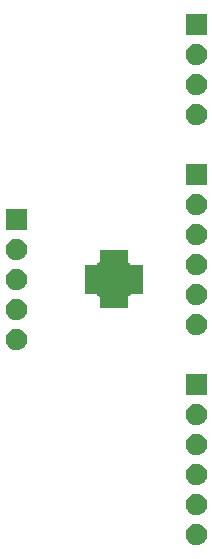
<source format=gbr>
G04 #@! TF.GenerationSoftware,KiCad,Pcbnew,5.1.5-52549c5~84~ubuntu18.04.1*
G04 #@! TF.CreationDate,2020-01-16T16:08:21-05:00*
G04 #@! TF.ProjectId,PIC16LF18326_breakout,50494331-364c-4463-9138-3332365f6272,rev?*
G04 #@! TF.SameCoordinates,Original*
G04 #@! TF.FileFunction,Soldermask,Top*
G04 #@! TF.FilePolarity,Negative*
%FSLAX46Y46*%
G04 Gerber Fmt 4.6, Leading zero omitted, Abs format (unit mm)*
G04 Created by KiCad (PCBNEW 5.1.5-52549c5~84~ubuntu18.04.1) date 2020-01-16 16:08:21*
%MOMM*%
%LPD*%
G04 APERTURE LIST*
%ADD10C,0.100000*%
G04 APERTURE END LIST*
D10*
G36*
X142353512Y-130548927D02*
G01*
X142502812Y-130578624D01*
X142666784Y-130646544D01*
X142814354Y-130745147D01*
X142939853Y-130870646D01*
X143038456Y-131018216D01*
X143106376Y-131182188D01*
X143141000Y-131356259D01*
X143141000Y-131533741D01*
X143106376Y-131707812D01*
X143038456Y-131871784D01*
X142939853Y-132019354D01*
X142814354Y-132144853D01*
X142666784Y-132243456D01*
X142502812Y-132311376D01*
X142353512Y-132341073D01*
X142328742Y-132346000D01*
X142151258Y-132346000D01*
X142126488Y-132341073D01*
X141977188Y-132311376D01*
X141813216Y-132243456D01*
X141665646Y-132144853D01*
X141540147Y-132019354D01*
X141441544Y-131871784D01*
X141373624Y-131707812D01*
X141339000Y-131533741D01*
X141339000Y-131356259D01*
X141373624Y-131182188D01*
X141441544Y-131018216D01*
X141540147Y-130870646D01*
X141665646Y-130745147D01*
X141813216Y-130646544D01*
X141977188Y-130578624D01*
X142126488Y-130548927D01*
X142151258Y-130544000D01*
X142328742Y-130544000D01*
X142353512Y-130548927D01*
G37*
G36*
X142353512Y-128008927D02*
G01*
X142502812Y-128038624D01*
X142666784Y-128106544D01*
X142814354Y-128205147D01*
X142939853Y-128330646D01*
X143038456Y-128478216D01*
X143106376Y-128642188D01*
X143141000Y-128816259D01*
X143141000Y-128993741D01*
X143106376Y-129167812D01*
X143038456Y-129331784D01*
X142939853Y-129479354D01*
X142814354Y-129604853D01*
X142666784Y-129703456D01*
X142502812Y-129771376D01*
X142353512Y-129801073D01*
X142328742Y-129806000D01*
X142151258Y-129806000D01*
X142126488Y-129801073D01*
X141977188Y-129771376D01*
X141813216Y-129703456D01*
X141665646Y-129604853D01*
X141540147Y-129479354D01*
X141441544Y-129331784D01*
X141373624Y-129167812D01*
X141339000Y-128993741D01*
X141339000Y-128816259D01*
X141373624Y-128642188D01*
X141441544Y-128478216D01*
X141540147Y-128330646D01*
X141665646Y-128205147D01*
X141813216Y-128106544D01*
X141977188Y-128038624D01*
X142126488Y-128008927D01*
X142151258Y-128004000D01*
X142328742Y-128004000D01*
X142353512Y-128008927D01*
G37*
G36*
X142353512Y-125468927D02*
G01*
X142502812Y-125498624D01*
X142666784Y-125566544D01*
X142814354Y-125665147D01*
X142939853Y-125790646D01*
X143038456Y-125938216D01*
X143106376Y-126102188D01*
X143141000Y-126276259D01*
X143141000Y-126453741D01*
X143106376Y-126627812D01*
X143038456Y-126791784D01*
X142939853Y-126939354D01*
X142814354Y-127064853D01*
X142666784Y-127163456D01*
X142502812Y-127231376D01*
X142353512Y-127261073D01*
X142328742Y-127266000D01*
X142151258Y-127266000D01*
X142126488Y-127261073D01*
X141977188Y-127231376D01*
X141813216Y-127163456D01*
X141665646Y-127064853D01*
X141540147Y-126939354D01*
X141441544Y-126791784D01*
X141373624Y-126627812D01*
X141339000Y-126453741D01*
X141339000Y-126276259D01*
X141373624Y-126102188D01*
X141441544Y-125938216D01*
X141540147Y-125790646D01*
X141665646Y-125665147D01*
X141813216Y-125566544D01*
X141977188Y-125498624D01*
X142126488Y-125468927D01*
X142151258Y-125464000D01*
X142328742Y-125464000D01*
X142353512Y-125468927D01*
G37*
G36*
X142353512Y-122928927D02*
G01*
X142502812Y-122958624D01*
X142666784Y-123026544D01*
X142814354Y-123125147D01*
X142939853Y-123250646D01*
X143038456Y-123398216D01*
X143106376Y-123562188D01*
X143141000Y-123736259D01*
X143141000Y-123913741D01*
X143106376Y-124087812D01*
X143038456Y-124251784D01*
X142939853Y-124399354D01*
X142814354Y-124524853D01*
X142666784Y-124623456D01*
X142502812Y-124691376D01*
X142353512Y-124721073D01*
X142328742Y-124726000D01*
X142151258Y-124726000D01*
X142126488Y-124721073D01*
X141977188Y-124691376D01*
X141813216Y-124623456D01*
X141665646Y-124524853D01*
X141540147Y-124399354D01*
X141441544Y-124251784D01*
X141373624Y-124087812D01*
X141339000Y-123913741D01*
X141339000Y-123736259D01*
X141373624Y-123562188D01*
X141441544Y-123398216D01*
X141540147Y-123250646D01*
X141665646Y-123125147D01*
X141813216Y-123026544D01*
X141977188Y-122958624D01*
X142126488Y-122928927D01*
X142151258Y-122924000D01*
X142328742Y-122924000D01*
X142353512Y-122928927D01*
G37*
G36*
X142353512Y-120388927D02*
G01*
X142502812Y-120418624D01*
X142666784Y-120486544D01*
X142814354Y-120585147D01*
X142939853Y-120710646D01*
X143038456Y-120858216D01*
X143106376Y-121022188D01*
X143141000Y-121196259D01*
X143141000Y-121373741D01*
X143106376Y-121547812D01*
X143038456Y-121711784D01*
X142939853Y-121859354D01*
X142814354Y-121984853D01*
X142666784Y-122083456D01*
X142502812Y-122151376D01*
X142353512Y-122181073D01*
X142328742Y-122186000D01*
X142151258Y-122186000D01*
X142126488Y-122181073D01*
X141977188Y-122151376D01*
X141813216Y-122083456D01*
X141665646Y-121984853D01*
X141540147Y-121859354D01*
X141441544Y-121711784D01*
X141373624Y-121547812D01*
X141339000Y-121373741D01*
X141339000Y-121196259D01*
X141373624Y-121022188D01*
X141441544Y-120858216D01*
X141540147Y-120710646D01*
X141665646Y-120585147D01*
X141813216Y-120486544D01*
X141977188Y-120418624D01*
X142126488Y-120388927D01*
X142151258Y-120384000D01*
X142328742Y-120384000D01*
X142353512Y-120388927D01*
G37*
G36*
X143141000Y-119646000D02*
G01*
X141339000Y-119646000D01*
X141339000Y-117844000D01*
X143141000Y-117844000D01*
X143141000Y-119646000D01*
G37*
G36*
X127113512Y-114038927D02*
G01*
X127262812Y-114068624D01*
X127426784Y-114136544D01*
X127574354Y-114235147D01*
X127699853Y-114360646D01*
X127798456Y-114508216D01*
X127866376Y-114672188D01*
X127901000Y-114846259D01*
X127901000Y-115023741D01*
X127866376Y-115197812D01*
X127798456Y-115361784D01*
X127699853Y-115509354D01*
X127574354Y-115634853D01*
X127426784Y-115733456D01*
X127262812Y-115801376D01*
X127113512Y-115831073D01*
X127088742Y-115836000D01*
X126911258Y-115836000D01*
X126886488Y-115831073D01*
X126737188Y-115801376D01*
X126573216Y-115733456D01*
X126425646Y-115634853D01*
X126300147Y-115509354D01*
X126201544Y-115361784D01*
X126133624Y-115197812D01*
X126099000Y-115023741D01*
X126099000Y-114846259D01*
X126133624Y-114672188D01*
X126201544Y-114508216D01*
X126300147Y-114360646D01*
X126425646Y-114235147D01*
X126573216Y-114136544D01*
X126737188Y-114068624D01*
X126886488Y-114038927D01*
X126911258Y-114034000D01*
X127088742Y-114034000D01*
X127113512Y-114038927D01*
G37*
G36*
X142353512Y-112768927D02*
G01*
X142502812Y-112798624D01*
X142666784Y-112866544D01*
X142814354Y-112965147D01*
X142939853Y-113090646D01*
X143038456Y-113238216D01*
X143106376Y-113402188D01*
X143141000Y-113576259D01*
X143141000Y-113753741D01*
X143106376Y-113927812D01*
X143038456Y-114091784D01*
X142939853Y-114239354D01*
X142814354Y-114364853D01*
X142666784Y-114463456D01*
X142502812Y-114531376D01*
X142353512Y-114561073D01*
X142328742Y-114566000D01*
X142151258Y-114566000D01*
X142126488Y-114561073D01*
X141977188Y-114531376D01*
X141813216Y-114463456D01*
X141665646Y-114364853D01*
X141540147Y-114239354D01*
X141441544Y-114091784D01*
X141373624Y-113927812D01*
X141339000Y-113753741D01*
X141339000Y-113576259D01*
X141373624Y-113402188D01*
X141441544Y-113238216D01*
X141540147Y-113090646D01*
X141665646Y-112965147D01*
X141813216Y-112866544D01*
X141977188Y-112798624D01*
X142126488Y-112768927D01*
X142151258Y-112764000D01*
X142328742Y-112764000D01*
X142353512Y-112768927D01*
G37*
G36*
X127113512Y-111498927D02*
G01*
X127262812Y-111528624D01*
X127426784Y-111596544D01*
X127574354Y-111695147D01*
X127699853Y-111820646D01*
X127798456Y-111968216D01*
X127866376Y-112132188D01*
X127896073Y-112281488D01*
X127900949Y-112306000D01*
X127901000Y-112306259D01*
X127901000Y-112483741D01*
X127866376Y-112657812D01*
X127798456Y-112821784D01*
X127699853Y-112969354D01*
X127574354Y-113094853D01*
X127426784Y-113193456D01*
X127262812Y-113261376D01*
X127113512Y-113291073D01*
X127088742Y-113296000D01*
X126911258Y-113296000D01*
X126886488Y-113291073D01*
X126737188Y-113261376D01*
X126573216Y-113193456D01*
X126425646Y-113094853D01*
X126300147Y-112969354D01*
X126201544Y-112821784D01*
X126133624Y-112657812D01*
X126099000Y-112483741D01*
X126099000Y-112306259D01*
X126099052Y-112306000D01*
X126103927Y-112281488D01*
X126133624Y-112132188D01*
X126201544Y-111968216D01*
X126300147Y-111820646D01*
X126425646Y-111695147D01*
X126573216Y-111596544D01*
X126737188Y-111528624D01*
X126886488Y-111498927D01*
X126911258Y-111494000D01*
X127088742Y-111494000D01*
X127113512Y-111498927D01*
G37*
G36*
X136456000Y-108329001D02*
G01*
X136458402Y-108353387D01*
X136465515Y-108376836D01*
X136477066Y-108398447D01*
X136492611Y-108417389D01*
X136511553Y-108432934D01*
X136533164Y-108444485D01*
X136556613Y-108451598D01*
X136580999Y-108454000D01*
X136656000Y-108454000D01*
X136656000Y-108529001D01*
X136658402Y-108553387D01*
X136665515Y-108576836D01*
X136677066Y-108598447D01*
X136692611Y-108617389D01*
X136711553Y-108632934D01*
X136733164Y-108644485D01*
X136756613Y-108651598D01*
X136780999Y-108654000D01*
X137706000Y-108654000D01*
X137706000Y-111056000D01*
X136780999Y-111056000D01*
X136756613Y-111058402D01*
X136733164Y-111065515D01*
X136711553Y-111077066D01*
X136692611Y-111092611D01*
X136677066Y-111111553D01*
X136665515Y-111133164D01*
X136658402Y-111156613D01*
X136656000Y-111180999D01*
X136656000Y-111256000D01*
X136580999Y-111256000D01*
X136556613Y-111258402D01*
X136533164Y-111265515D01*
X136511553Y-111277066D01*
X136492611Y-111292611D01*
X136477066Y-111311553D01*
X136465515Y-111333164D01*
X136458402Y-111356613D01*
X136456000Y-111380999D01*
X136456000Y-112306000D01*
X134054000Y-112306000D01*
X134054000Y-111380999D01*
X134051598Y-111356613D01*
X134044485Y-111333164D01*
X134032934Y-111311553D01*
X134017389Y-111292611D01*
X133998447Y-111277066D01*
X133976836Y-111265515D01*
X133953387Y-111258402D01*
X133929001Y-111256000D01*
X133854000Y-111256000D01*
X133854000Y-111180999D01*
X133851598Y-111156613D01*
X133844485Y-111133164D01*
X133832934Y-111111553D01*
X133817389Y-111092611D01*
X133798447Y-111077066D01*
X133776836Y-111065515D01*
X133753387Y-111058402D01*
X133729001Y-111056000D01*
X132804000Y-111056000D01*
X132804000Y-108654000D01*
X133729001Y-108654000D01*
X133753387Y-108651598D01*
X133776836Y-108644485D01*
X133798447Y-108632934D01*
X133817389Y-108617389D01*
X133832934Y-108598447D01*
X133844485Y-108576836D01*
X133851598Y-108553387D01*
X133854000Y-108529001D01*
X133854000Y-108454000D01*
X133929001Y-108454000D01*
X133953387Y-108451598D01*
X133976836Y-108444485D01*
X133998447Y-108432934D01*
X134017389Y-108417389D01*
X134032934Y-108398447D01*
X134044485Y-108376836D01*
X134051598Y-108353387D01*
X134054000Y-108329001D01*
X134054000Y-107404000D01*
X136456000Y-107404000D01*
X136456000Y-108329001D01*
G37*
G36*
X142353512Y-110228927D02*
G01*
X142502812Y-110258624D01*
X142666784Y-110326544D01*
X142814354Y-110425147D01*
X142939853Y-110550646D01*
X143038456Y-110698216D01*
X143106376Y-110862188D01*
X143141000Y-111036259D01*
X143141000Y-111213741D01*
X143106376Y-111387812D01*
X143038456Y-111551784D01*
X142939853Y-111699354D01*
X142814354Y-111824853D01*
X142666784Y-111923456D01*
X142502812Y-111991376D01*
X142353512Y-112021073D01*
X142328742Y-112026000D01*
X142151258Y-112026000D01*
X142126488Y-112021073D01*
X141977188Y-111991376D01*
X141813216Y-111923456D01*
X141665646Y-111824853D01*
X141540147Y-111699354D01*
X141441544Y-111551784D01*
X141373624Y-111387812D01*
X141339000Y-111213741D01*
X141339000Y-111036259D01*
X141373624Y-110862188D01*
X141441544Y-110698216D01*
X141540147Y-110550646D01*
X141665646Y-110425147D01*
X141813216Y-110326544D01*
X141977188Y-110258624D01*
X142126488Y-110228927D01*
X142151258Y-110224000D01*
X142328742Y-110224000D01*
X142353512Y-110228927D01*
G37*
G36*
X127113512Y-108958927D02*
G01*
X127262812Y-108988624D01*
X127426784Y-109056544D01*
X127574354Y-109155147D01*
X127699853Y-109280646D01*
X127798456Y-109428216D01*
X127866376Y-109592188D01*
X127896073Y-109741488D01*
X127901000Y-109766258D01*
X127901000Y-109943742D01*
X127896073Y-109968512D01*
X127866376Y-110117812D01*
X127798456Y-110281784D01*
X127699853Y-110429354D01*
X127574354Y-110554853D01*
X127426784Y-110653456D01*
X127262812Y-110721376D01*
X127113512Y-110751073D01*
X127088742Y-110756000D01*
X126911258Y-110756000D01*
X126886488Y-110751073D01*
X126737188Y-110721376D01*
X126573216Y-110653456D01*
X126425646Y-110554853D01*
X126300147Y-110429354D01*
X126201544Y-110281784D01*
X126133624Y-110117812D01*
X126103927Y-109968512D01*
X126099000Y-109943742D01*
X126099000Y-109766258D01*
X126103927Y-109741488D01*
X126133624Y-109592188D01*
X126201544Y-109428216D01*
X126300147Y-109280646D01*
X126425646Y-109155147D01*
X126573216Y-109056544D01*
X126737188Y-108988624D01*
X126886488Y-108958927D01*
X126911258Y-108954000D01*
X127088742Y-108954000D01*
X127113512Y-108958927D01*
G37*
G36*
X142353512Y-107688927D02*
G01*
X142502812Y-107718624D01*
X142666784Y-107786544D01*
X142814354Y-107885147D01*
X142939853Y-108010646D01*
X143038456Y-108158216D01*
X143106376Y-108322188D01*
X143141000Y-108496259D01*
X143141000Y-108673741D01*
X143106376Y-108847812D01*
X143038456Y-109011784D01*
X142939853Y-109159354D01*
X142814354Y-109284853D01*
X142666784Y-109383456D01*
X142502812Y-109451376D01*
X142353512Y-109481073D01*
X142328742Y-109486000D01*
X142151258Y-109486000D01*
X142126488Y-109481073D01*
X141977188Y-109451376D01*
X141813216Y-109383456D01*
X141665646Y-109284853D01*
X141540147Y-109159354D01*
X141441544Y-109011784D01*
X141373624Y-108847812D01*
X141339000Y-108673741D01*
X141339000Y-108496259D01*
X141373624Y-108322188D01*
X141441544Y-108158216D01*
X141540147Y-108010646D01*
X141665646Y-107885147D01*
X141813216Y-107786544D01*
X141977188Y-107718624D01*
X142126488Y-107688927D01*
X142151258Y-107684000D01*
X142328742Y-107684000D01*
X142353512Y-107688927D01*
G37*
G36*
X127113512Y-106418927D02*
G01*
X127262812Y-106448624D01*
X127426784Y-106516544D01*
X127574354Y-106615147D01*
X127699853Y-106740646D01*
X127798456Y-106888216D01*
X127866376Y-107052188D01*
X127896073Y-107201488D01*
X127901000Y-107226258D01*
X127901000Y-107403742D01*
X127896073Y-107428512D01*
X127866376Y-107577812D01*
X127798456Y-107741784D01*
X127699853Y-107889354D01*
X127574354Y-108014853D01*
X127426784Y-108113456D01*
X127262812Y-108181376D01*
X127113512Y-108211073D01*
X127088742Y-108216000D01*
X126911258Y-108216000D01*
X126886488Y-108211073D01*
X126737188Y-108181376D01*
X126573216Y-108113456D01*
X126425646Y-108014853D01*
X126300147Y-107889354D01*
X126201544Y-107741784D01*
X126133624Y-107577812D01*
X126103927Y-107428512D01*
X126099000Y-107403742D01*
X126099000Y-107226258D01*
X126103927Y-107201488D01*
X126133624Y-107052188D01*
X126201544Y-106888216D01*
X126300147Y-106740646D01*
X126425646Y-106615147D01*
X126573216Y-106516544D01*
X126737188Y-106448624D01*
X126886488Y-106418927D01*
X126911258Y-106414000D01*
X127088742Y-106414000D01*
X127113512Y-106418927D01*
G37*
G36*
X142353512Y-105148927D02*
G01*
X142502812Y-105178624D01*
X142666784Y-105246544D01*
X142814354Y-105345147D01*
X142939853Y-105470646D01*
X143038456Y-105618216D01*
X143106376Y-105782188D01*
X143141000Y-105956259D01*
X143141000Y-106133741D01*
X143106376Y-106307812D01*
X143038456Y-106471784D01*
X142939853Y-106619354D01*
X142814354Y-106744853D01*
X142666784Y-106843456D01*
X142502812Y-106911376D01*
X142353512Y-106941073D01*
X142328742Y-106946000D01*
X142151258Y-106946000D01*
X142126488Y-106941073D01*
X141977188Y-106911376D01*
X141813216Y-106843456D01*
X141665646Y-106744853D01*
X141540147Y-106619354D01*
X141441544Y-106471784D01*
X141373624Y-106307812D01*
X141339000Y-106133741D01*
X141339000Y-105956259D01*
X141373624Y-105782188D01*
X141441544Y-105618216D01*
X141540147Y-105470646D01*
X141665646Y-105345147D01*
X141813216Y-105246544D01*
X141977188Y-105178624D01*
X142126488Y-105148927D01*
X142151258Y-105144000D01*
X142328742Y-105144000D01*
X142353512Y-105148927D01*
G37*
G36*
X127901000Y-105676000D02*
G01*
X126099000Y-105676000D01*
X126099000Y-103874000D01*
X127901000Y-103874000D01*
X127901000Y-105676000D01*
G37*
G36*
X142353512Y-102608927D02*
G01*
X142502812Y-102638624D01*
X142666784Y-102706544D01*
X142814354Y-102805147D01*
X142939853Y-102930646D01*
X143038456Y-103078216D01*
X143106376Y-103242188D01*
X143141000Y-103416259D01*
X143141000Y-103593741D01*
X143106376Y-103767812D01*
X143038456Y-103931784D01*
X142939853Y-104079354D01*
X142814354Y-104204853D01*
X142666784Y-104303456D01*
X142502812Y-104371376D01*
X142353512Y-104401073D01*
X142328742Y-104406000D01*
X142151258Y-104406000D01*
X142126488Y-104401073D01*
X141977188Y-104371376D01*
X141813216Y-104303456D01*
X141665646Y-104204853D01*
X141540147Y-104079354D01*
X141441544Y-103931784D01*
X141373624Y-103767812D01*
X141339000Y-103593741D01*
X141339000Y-103416259D01*
X141373624Y-103242188D01*
X141441544Y-103078216D01*
X141540147Y-102930646D01*
X141665646Y-102805147D01*
X141813216Y-102706544D01*
X141977188Y-102638624D01*
X142126488Y-102608927D01*
X142151258Y-102604000D01*
X142328742Y-102604000D01*
X142353512Y-102608927D01*
G37*
G36*
X143141000Y-101866000D02*
G01*
X141339000Y-101866000D01*
X141339000Y-100064000D01*
X143141000Y-100064000D01*
X143141000Y-101866000D01*
G37*
G36*
X142353512Y-94988927D02*
G01*
X142502812Y-95018624D01*
X142666784Y-95086544D01*
X142814354Y-95185147D01*
X142939853Y-95310646D01*
X143038456Y-95458216D01*
X143106376Y-95622188D01*
X143141000Y-95796259D01*
X143141000Y-95973741D01*
X143106376Y-96147812D01*
X143038456Y-96311784D01*
X142939853Y-96459354D01*
X142814354Y-96584853D01*
X142666784Y-96683456D01*
X142502812Y-96751376D01*
X142353512Y-96781073D01*
X142328742Y-96786000D01*
X142151258Y-96786000D01*
X142126488Y-96781073D01*
X141977188Y-96751376D01*
X141813216Y-96683456D01*
X141665646Y-96584853D01*
X141540147Y-96459354D01*
X141441544Y-96311784D01*
X141373624Y-96147812D01*
X141339000Y-95973741D01*
X141339000Y-95796259D01*
X141373624Y-95622188D01*
X141441544Y-95458216D01*
X141540147Y-95310646D01*
X141665646Y-95185147D01*
X141813216Y-95086544D01*
X141977188Y-95018624D01*
X142126488Y-94988927D01*
X142151258Y-94984000D01*
X142328742Y-94984000D01*
X142353512Y-94988927D01*
G37*
G36*
X142353512Y-92448927D02*
G01*
X142502812Y-92478624D01*
X142666784Y-92546544D01*
X142814354Y-92645147D01*
X142939853Y-92770646D01*
X143038456Y-92918216D01*
X143106376Y-93082188D01*
X143141000Y-93256259D01*
X143141000Y-93433741D01*
X143106376Y-93607812D01*
X143038456Y-93771784D01*
X142939853Y-93919354D01*
X142814354Y-94044853D01*
X142666784Y-94143456D01*
X142502812Y-94211376D01*
X142353512Y-94241073D01*
X142328742Y-94246000D01*
X142151258Y-94246000D01*
X142126488Y-94241073D01*
X141977188Y-94211376D01*
X141813216Y-94143456D01*
X141665646Y-94044853D01*
X141540147Y-93919354D01*
X141441544Y-93771784D01*
X141373624Y-93607812D01*
X141339000Y-93433741D01*
X141339000Y-93256259D01*
X141373624Y-93082188D01*
X141441544Y-92918216D01*
X141540147Y-92770646D01*
X141665646Y-92645147D01*
X141813216Y-92546544D01*
X141977188Y-92478624D01*
X142126488Y-92448927D01*
X142151258Y-92444000D01*
X142328742Y-92444000D01*
X142353512Y-92448927D01*
G37*
G36*
X142353512Y-89908927D02*
G01*
X142502812Y-89938624D01*
X142666784Y-90006544D01*
X142814354Y-90105147D01*
X142939853Y-90230646D01*
X143038456Y-90378216D01*
X143106376Y-90542188D01*
X143141000Y-90716259D01*
X143141000Y-90893741D01*
X143106376Y-91067812D01*
X143038456Y-91231784D01*
X142939853Y-91379354D01*
X142814354Y-91504853D01*
X142666784Y-91603456D01*
X142502812Y-91671376D01*
X142353512Y-91701073D01*
X142328742Y-91706000D01*
X142151258Y-91706000D01*
X142126488Y-91701073D01*
X141977188Y-91671376D01*
X141813216Y-91603456D01*
X141665646Y-91504853D01*
X141540147Y-91379354D01*
X141441544Y-91231784D01*
X141373624Y-91067812D01*
X141339000Y-90893741D01*
X141339000Y-90716259D01*
X141373624Y-90542188D01*
X141441544Y-90378216D01*
X141540147Y-90230646D01*
X141665646Y-90105147D01*
X141813216Y-90006544D01*
X141977188Y-89938624D01*
X142126488Y-89908927D01*
X142151258Y-89904000D01*
X142328742Y-89904000D01*
X142353512Y-89908927D01*
G37*
G36*
X143141000Y-89166000D02*
G01*
X141339000Y-89166000D01*
X141339000Y-87364000D01*
X143141000Y-87364000D01*
X143141000Y-89166000D01*
G37*
M02*

</source>
